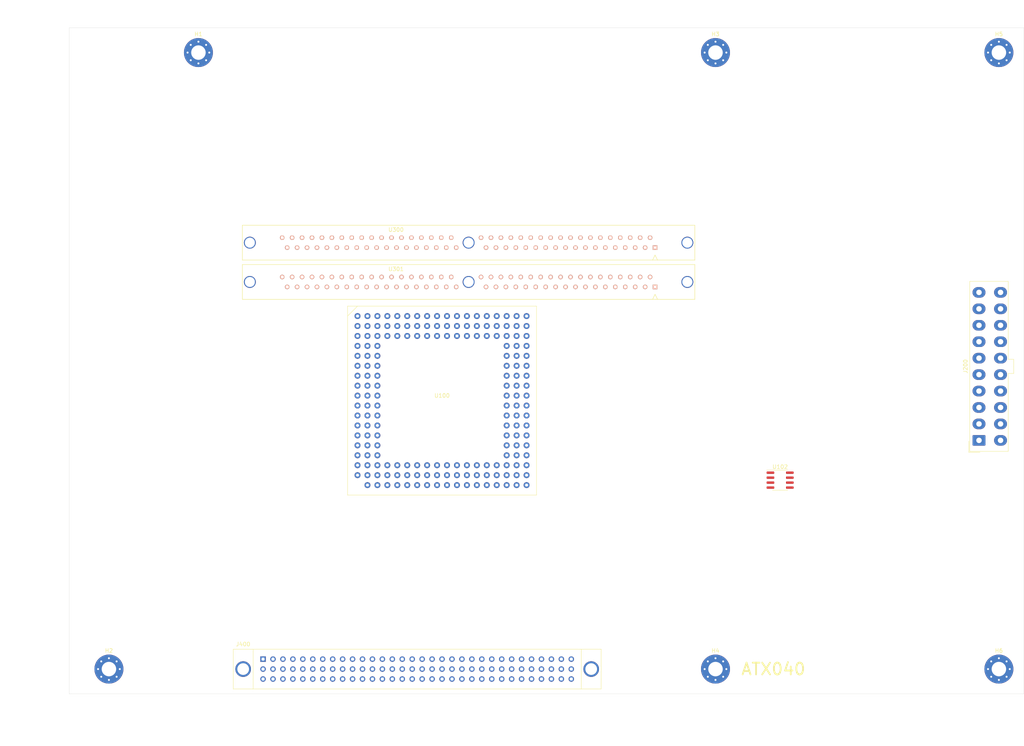
<source format=kicad_pcb>
(kicad_pcb (version 20171130) (host pcbnew 5.1.8)
  (layers (0 F.Cu signal) (1 In1.Cu power hide) (2 In2.Cu power hide) (31 B.Cu signal) (34 B.Paste user) (35 F.Paste user) (36 B.SilkS user) (37 F.SilkS user) (38 B.Mask user) (39 F.Mask user) (44 Edge.Cuts user))
  (net 0 "")
  (net 1 +5V)
  (net 2 GND)
  (net 3 BCLK)
  (net 4 AD31)
  (net 5 AD3)
  (net 6 AD4)
  (net 7 AD5)
  (net 8 AD6)
  (net 9 AD7)
  (net 10 AD9)
  (net 11 AD10)
  (net 12 AD11)
  (net 13 AD12)
  (net 14 AD13)
  (net 15 AD14)
  (net 16 AD15)
  (net 17 AD17)
  (net 18 AD19)
  (net 19 AD20)
  (net 20 AD21)
  (net 21 AD24)
  (net 22 AD29)
  (net 23 AD27)
  (net 24 AD22)
  (net 25 AD18)
  (net 26 AD1)
  (net 27 AD8)
  (net 28 AD16)
  (net 29 AD26)
  (net 30 AD0)
  (net 31 AD2)
  (net 32 AD23)
  (net 33 AD25)
  (net 34 AD28)
  (net 35 AD30)
  (net 36 TM2)
  (net 37 "Net-(U100-PadQ1)")
  (net 38 "Net-(U100-PadR1)")
  (net 39 "Net-(U100-PadS1)")
  (net 40 TM1)
  (net 41 RW)
  (net 42 TM0)
  (net 43 TT1)
  (net 44 TT0)
  (net 45 SIZ1)
  (net 46 SIZ0)
  (net 47 "Net-(U100-PadP18)")
  (net 48 "Net-(U100-PadQ3)")
  (net 49 "Net-(U100-PadQ18)")
  (net 50 RSTO)
  (net 51 PCLK)
  (net 52 TIP)
  (net 53 TS)
  (net 54 "Net-(U100-PadR18)")
  (net 55 RSTI)
  (net 56 TEA)
  (net 57 "Net-(U100-PadS18)")
  (net 58 CDIS)
  (net 59 IPL2)
  (net 60 IPL1)
  (net 61 IPL0)
  (net 62 AVEC)
  (net 63 TA)
  (net 64 BB)
  (net 65 "Net-(J400-PadC32)")
  (net 66 "Net-(J400-PadC30)")
  (net 67 "Net-(J400-PadC29)")
  (net 68 "Net-(J400-PadC28)")
  (net 69 "Net-(J400-PadC27)")
  (net 70 "Net-(J400-PadC26)")
  (net 71 "Net-(J400-PadC24)")
  (net 72 "Net-(J400-PadC22)")
  (net 73 "Net-(J400-PadC20)")
  (net 74 "Net-(J400-PadC18)")
  (net 75 "Net-(J400-PadC16)")
  (net 76 "Net-(J400-PadC14)")
  (net 77 "Net-(J400-PadC12)")
  (net 78 "Net-(J400-PadC10)")
  (net 79 "Net-(J400-PadC8)")
  (net 80 "Net-(J400-PadC6)")
  (net 81 "Net-(J400-PadC4)")
  (net 82 "Net-(J400-PadC2)")
  (net 83 "Net-(J400-PadB32)")
  (net 84 "Net-(J400-PadB31)")
  (net 85 "Net-(J400-PadB30)")
  (net 86 "Net-(J400-PadB29)")
  (net 87 "Net-(J400-PadB27)")
  (net 88 "Net-(J400-PadB25)")
  (net 89 "Net-(J400-PadB23)")
  (net 90 "Net-(J400-PadB21)")
  (net 91 "Net-(J400-PadB19)")
  (net 92 "Net-(J400-PadB17)")
  (net 93 "Net-(J400-PadB15)")
  (net 94 "Net-(J400-PadB13)")
  (net 95 "Net-(J400-PadB11)")
  (net 96 "Net-(J400-PadB9)")
  (net 97 "Net-(J400-PadB7)")
  (net 98 "Net-(J400-PadB5)")
  (net 99 "Net-(J400-PadB3)")
  (net 100 "Net-(J400-PadB1)")
  (net 101 /Power/PS_ON)
  (net 102 -12V)
  (net 103 +3V3)
  (net 104 +12V)
  (net 105 /Power/5VSB)
  (net 106 /Power/PWR_OK)
  (net 107 "Net-(U100-PadQ16)")
  (net 108 "Net-(U100-PadR14)")
  (net 109 "Net-(U100-PadS3)")
  (net 110 "Net-(U100-PadS5)")
  (net 111 "Net-(U100-PadS14)")
  (net 112 "Net-(U100-PadT2)")
  (net 113 BG)
  (net 114 "Net-(U100-PadT15)")
  (net 115 "Net-(U100-PadT16)")
  (net 116 BR)
  (net 117 DRAM_WE)
  (net 118 DRAM_CAS3)
  (net 119 DRAM_CAS2)
  (net 120 DRAM_CAS1)
  (net 121 DRAM_CAS0)
  (net 122 DRAM_RAS3)
  (net 123 DRAM_RAS2)
  (net 124 DRAM_RAS1)
  (net 125 DRAM_RAS0)
  (net 126 DRAM_A11)
  (net 127 DRAM_A10)
  (net 128 DRAM_A9)
  (net 129 DRAM_A8)
  (net 130 DRAM_A7)
  (net 131 DRAM_A6)
  (net 132 DRAM_A5)
  (net 133 DRAM_A4)
  (net 134 DRAM_A3)
  (net 135 DRAM_A2)
  (net 136 DRAM_A1)
  (net 137 DRAM_A0)
  (net 138 FLASH_IO3)
  (net 139 FLASH_IO2)
  (net 140 FLASH_IO1)
  (net 141 FLASH_IO0)
  (net 142 FLASH_CS)
  (net 143 FLASH_CLK)
  (net 144 TA_E)
  (net 145 "Net-(U300-Pad70)")
  (net 146 "Net-(U300-Pad69)")
  (net 147 "Net-(U300-Pad68)")
  (net 148 "Net-(U300-Pad67)")
  (net 149 "Net-(U301-Pad70)")
  (net 150 "Net-(U301-Pad69)")
  (net 151 "Net-(U301-Pad68)")
  (net 152 "Net-(U301-Pad67)")
  (net 153 IRQ_E)
  (net 154 "Net-(J400-PadA2)")
  (net 155 "Net-(J400-PadA32)")
  (net 156 "Net-(J400-PadA30)")
  (net 157 "Net-(J400-PadA29)")
  (net 158 "Net-(J400-PadA28)")
  (net 159 "Net-(J400-PadA27)")
  (net 160 "Net-(J400-PadA26)")
  (net 161 "Net-(J400-PadA24)")
  (net 162 "Net-(J400-PadA22)")
  (net 163 "Net-(J400-PadA20)")
  (net 164 "Net-(J400-PadA18)")
  (net 165 "Net-(J400-PadA16)")
  (net 166 "Net-(J400-PadA14)")
  (net 167 "Net-(J400-PadA12)")
  (net 168 "Net-(J400-PadA10)")
  (net 169 "Net-(J400-PadA8)")
  (net 170 "Net-(J400-PadA6)")
  (net 171 "Net-(J400-PadA4)")
  (net 172 "Net-(J200-Pad18)")
  (module Package_SO:SOIC-8_3.9x4.9mm_P1.27mm (layer F.Cu) (at 213.36 147.32)
    (fp_text reference U102 (at 0 -3.4) (layer F.SilkS))
    (fp_text value W25Q80D)
    (pad 8 smd roundrect (at 2.475 -1.905) (size 1.95 0.6) (layers F.Cu F.Paste F.Mask) (net 103 +3V3))
    (pad 7 smd roundrect (at 2.475 -0.635) (size 1.95 0.6) (layers F.Cu F.Paste F.Mask) (net 138 FLASH_IO3))
    (pad 6 smd roundrect (at 2.475 0.635) (size 1.95 0.6) (layers F.Cu F.Paste F.Mask) (net 143 FLASH_CLK))
    (pad 5 smd roundrect (at 2.475 1.905) (size 1.95 0.6) (layers F.Cu F.Paste F.Mask) (net 141 FLASH_IO0))
    (pad 4 smd roundrect (at -2.475 1.905) (size 1.95 0.6) (layers F.Cu F.Paste F.Mask) (net 2 GND))
    (pad 3 smd roundrect (at -2.475 0.635) (size 1.95 0.6) (layers F.Cu F.Paste F.Mask) (net 139 FLASH_IO2))
    (pad 2 smd roundrect (at -2.475 -0.635) (size 1.95 0.6) (layers F.Cu F.Paste F.Mask) (net 140 FLASH_IO1))
    (pad 1 smd roundrect (at -2.475 -1.905) (size 1.95 0.6) (layers F.Cu F.Paste F.Mask) (net 142 FLASH_CS))
  )
  (module connector:SIM72 (layer F.Cu) (at 133.785 96.695)
    (fp_text reference U301 (at -18.542 -3.302) (layer F.SilkS))
    (fp_text value SIMM72)
    (pad 72 thru_hole circle (at -47.625 -1.27) (size 1.143 1.143) (drill 0.635) (layers *.Cu *.SilkS *.Mask) (net 2 GND))
    (pad 71 thru_hole circle (at -46.355 1.27) (size 1.143 1.143) (drill 0.635) (layers *.Cu *.SilkS *.Mask))
    (pad 70 thru_hole circle (at -45.085 -1.27) (size 1.143 1.143) (drill 0.635) (layers *.Cu *.SilkS *.Mask) (net 149 "Net-(U301-Pad70)"))
    (pad 69 thru_hole circle (at -43.815 1.27) (size 1.143 1.143) (drill 0.635) (layers *.Cu *.SilkS *.Mask) (net 150 "Net-(U301-Pad69)"))
    (pad 68 thru_hole circle (at -42.545 -1.27) (size 1.143 1.143) (drill 0.635) (layers *.Cu *.SilkS *.Mask) (net 151 "Net-(U301-Pad68)"))
    (pad 67 thru_hole circle (at -41.275 1.27) (size 1.143 1.143) (drill 0.635) (layers *.Cu *.SilkS *.Mask) (net 152 "Net-(U301-Pad67)"))
    (pad 66 thru_hole circle (at -40.005 -1.27) (size 1.143 1.143) (drill 0.635) (layers *.Cu *.SilkS *.Mask))
    (pad 65 thru_hole circle (at -38.735 1.27) (size 1.143 1.143) (drill 0.635) (layers *.Cu *.SilkS *.Mask) (net 16 AD15))
    (pad 64 thru_hole circle (at -37.465 -1.27) (size 1.143 1.143) (drill 0.635) (layers *.Cu *.SilkS *.Mask) (net 4 AD31))
    (pad 63 thru_hole circle (at -36.195 1.27) (size 1.143 1.143) (drill 0.635) (layers *.Cu *.SilkS *.Mask) (net 15 AD14))
    (pad 62 thru_hole circle (at -34.925 -1.27) (size 1.143 1.143) (drill 0.635) (layers *.Cu *.SilkS *.Mask) (net 35 AD30))
    (pad 61 thru_hole circle (at -33.655 1.27) (size 1.143 1.143) (drill 0.635) (layers *.Cu *.SilkS *.Mask) (net 14 AD13))
    (pad 60 thru_hole circle (at -32.385 -1.27) (size 1.143 1.143) (drill 0.635) (layers *.Cu *.SilkS *.Mask) (net 22 AD29))
    (pad 59 thru_hole circle (at -31.115 1.27) (size 1.143 1.143) (drill 0.635) (layers *.Cu *.SilkS *.Mask) (net 1 +5V))
    (pad 58 thru_hole circle (at -29.845 -1.27) (size 1.143 1.143) (drill 0.635) (layers *.Cu *.SilkS *.Mask) (net 34 AD28))
    (pad 57 thru_hole circle (at -28.575 1.27) (size 1.143 1.143) (drill 0.635) (layers *.Cu *.SilkS *.Mask) (net 13 AD12))
    (pad 56 thru_hole circle (at -27.305 -1.27) (size 1.143 1.143) (drill 0.635) (layers *.Cu *.SilkS *.Mask) (net 23 AD27))
    (pad 55 thru_hole circle (at -26.035 1.27) (size 1.143 1.143) (drill 0.635) (layers *.Cu *.SilkS *.Mask) (net 12 AD11))
    (pad 54 thru_hole circle (at -24.765 -1.27) (size 1.143 1.143) (drill 0.635) (layers *.Cu *.SilkS *.Mask) (net 29 AD26))
    (pad 53 thru_hole circle (at -23.495 1.27) (size 1.143 1.143) (drill 0.635) (layers *.Cu *.SilkS *.Mask) (net 11 AD10))
    (pad 52 thru_hole circle (at -22.225 -1.27) (size 1.143 1.143) (drill 0.635) (layers *.Cu *.SilkS *.Mask) (net 33 AD25))
    (pad 51 thru_hole circle (at -20.955 1.27) (size 1.143 1.143) (drill 0.635) (layers *.Cu *.SilkS *.Mask) (net 10 AD9))
    (pad 50 thru_hole circle (at -19.685 -1.27) (size 1.143 1.143) (drill 0.635) (layers *.Cu *.SilkS *.Mask) (net 21 AD24))
    (pad 49 thru_hole circle (at -18.415 1.27) (size 1.143 1.143) (drill 0.635) (layers *.Cu *.SilkS *.Mask) (net 27 AD8))
    (pad 48 thru_hole circle (at -17.145 -1.27) (size 1.143 1.143) (drill 0.635) (layers *.Cu *.SilkS *.Mask))
    (pad 47 thru_hole circle (at -15.875 1.27) (size 1.143 1.143) (drill 0.635) (layers *.Cu *.SilkS *.Mask) (net 117 DRAM_WE))
    (pad 46 thru_hole circle (at -14.605 -1.27) (size 1.143 1.143) (drill 0.635) (layers *.Cu *.SilkS *.Mask))
    (pad 45 thru_hole circle (at -13.335 1.27) (size 1.143 1.143) (drill 0.635) (layers *.Cu *.SilkS *.Mask) (net 122 DRAM_RAS3))
    (pad 44 thru_hole circle (at -12.065 -1.27) (size 1.143 1.143) (drill 0.635) (layers *.Cu *.SilkS *.Mask) (net 123 DRAM_RAS2))
    (pad 43 thru_hole circle (at -10.795 1.27) (size 1.143 1.143) (drill 0.635) (layers *.Cu *.SilkS *.Mask) (net 120 DRAM_CAS1))
    (pad 42 thru_hole circle (at -9.525 -1.27) (size 1.143 1.143) (drill 0.635) (layers *.Cu *.SilkS *.Mask) (net 118 DRAM_CAS3))
    (pad 41 thru_hole circle (at -8.255 1.27) (size 1.143 1.143) (drill 0.635) (layers *.Cu *.SilkS *.Mask) (net 119 DRAM_CAS2))
    (pad 40 thru_hole circle (at -6.985 -1.27) (size 1.143 1.143) (drill 0.635) (layers *.Cu *.SilkS *.Mask) (net 121 DRAM_CAS0))
    (pad 39 thru_hole circle (at -5.715 1.27) (size 1.143 1.143) (drill 0.635) (layers *.Cu *.SilkS *.Mask) (net 2 GND))
    (pad 38 thru_hole circle (at -4.445 -1.27) (size 1.143 1.143) (drill 0.635) (layers *.Cu *.SilkS *.Mask))
    (pad 37 thru_hole circle (at -3.175 1.27) (size 1.143 1.143) (drill 0.635) (layers *.Cu *.SilkS *.Mask))
    (pad 36 thru_hole circle (at 3.175 -1.27) (size 1.143 1.143) (drill 0.635) (layers *.Cu *.SilkS *.Mask))
    (pad 35 thru_hole circle (at 4.445 1.27) (size 1.143 1.143) (drill 0.635) (layers *.Cu *.SilkS *.Mask))
    (pad 34 thru_hole circle (at 5.715 -1.27) (size 1.143 1.143) (drill 0.635) (layers *.Cu *.SilkS *.Mask) (net 123 DRAM_RAS2))
    (pad 33 thru_hole circle (at 6.985 1.27) (size 1.143 1.143) (drill 0.635) (layers *.Cu *.SilkS *.Mask) (net 122 DRAM_RAS3))
    (pad 32 thru_hole circle (at 8.255 -1.27) (size 1.143 1.143) (drill 0.635) (layers *.Cu *.SilkS *.Mask) (net 128 DRAM_A9))
    (pad 31 thru_hole circle (at 9.525 1.27) (size 1.143 1.143) (drill 0.635) (layers *.Cu *.SilkS *.Mask) (net 129 DRAM_A8))
    (pad 30 thru_hole circle (at 10.795 -1.27) (size 1.143 1.143) (drill 0.635) (layers *.Cu *.SilkS *.Mask) (net 1 +5V))
    (pad 29 thru_hole circle (at 12.065 1.27) (size 1.143 1.143) (drill 0.635) (layers *.Cu *.SilkS *.Mask) (net 126 DRAM_A11))
    (pad 28 thru_hole circle (at 13.335 -1.27) (size 1.143 1.143) (drill 0.635) (layers *.Cu *.SilkS *.Mask) (net 130 DRAM_A7))
    (pad 27 thru_hole circle (at 14.605 1.27) (size 1.143 1.143) (drill 0.635) (layers *.Cu *.SilkS *.Mask) (net 32 AD23))
    (pad 26 thru_hole circle (at 15.875 -1.27) (size 1.143 1.143) (drill 0.635) (layers *.Cu *.SilkS *.Mask) (net 9 AD7))
    (pad 25 thru_hole circle (at 17.145 1.27) (size 1.143 1.143) (drill 0.635) (layers *.Cu *.SilkS *.Mask) (net 24 AD22))
    (pad 24 thru_hole circle (at 18.415 -1.27) (size 1.143 1.143) (drill 0.635) (layers *.Cu *.SilkS *.Mask) (net 8 AD6))
    (pad 23 thru_hole circle (at 19.685 1.27) (size 1.143 1.143) (drill 0.635) (layers *.Cu *.SilkS *.Mask) (net 20 AD21))
    (pad 22 thru_hole circle (at 20.955 -1.27) (size 1.143 1.143) (drill 0.635) (layers *.Cu *.SilkS *.Mask) (net 7 AD5))
    (pad 21 thru_hole circle (at 22.225 1.27) (size 1.143 1.143) (drill 0.635) (layers *.Cu *.SilkS *.Mask) (net 19 AD20))
    (pad 20 thru_hole circle (at 23.495 -1.27) (size 1.143 1.143) (drill 0.635) (layers *.Cu *.SilkS *.Mask) (net 6 AD4))
    (pad 19 thru_hole circle (at 24.765 1.27) (size 1.143 1.143) (drill 0.635) (layers *.Cu *.SilkS *.Mask) (net 127 DRAM_A10))
    (pad 18 thru_hole circle (at 26.035 -1.27) (size 1.143 1.143) (drill 0.635) (layers *.Cu *.SilkS *.Mask) (net 131 DRAM_A6))
    (pad 17 thru_hole circle (at 27.305 1.27) (size 1.143 1.143) (drill 0.635) (layers *.Cu *.SilkS *.Mask) (net 132 DRAM_A5))
    (pad 16 thru_hole circle (at 28.575 -1.27) (size 1.143 1.143) (drill 0.635) (layers *.Cu *.SilkS *.Mask) (net 133 DRAM_A4))
    (pad 15 thru_hole circle (at 29.845 1.27) (size 1.143 1.143) (drill 0.635) (layers *.Cu *.SilkS *.Mask) (net 134 DRAM_A3))
    (pad 14 thru_hole circle (at 31.115 -1.27) (size 1.143 1.143) (drill 0.635) (layers *.Cu *.SilkS *.Mask) (net 135 DRAM_A2))
    (pad 13 thru_hole circle (at 32.385 1.27) (size 1.143 1.143) (drill 0.635) (layers *.Cu *.SilkS *.Mask) (net 136 DRAM_A1))
    (pad 12 thru_hole circle (at 33.655 -1.27) (size 1.143 1.143) (drill 0.635) (layers *.Cu *.SilkS *.Mask) (net 137 DRAM_A0))
    (pad 11 thru_hole circle (at 34.925 1.27) (size 1.143 1.143) (drill 0.635) (layers *.Cu *.SilkS *.Mask))
    (pad 10 thru_hole circle (at 36.195 -1.27) (size 1.143 1.143) (drill 0.635) (layers *.Cu *.SilkS *.Mask) (net 1 +5V))
    (pad 9 thru_hole circle (at 37.465 1.27) (size 1.143 1.143) (drill 0.635) (layers *.Cu *.SilkS *.Mask) (net 18 AD19))
    (pad 8 thru_hole circle (at 38.735 -1.27) (size 1.143 1.143) (drill 0.635) (layers *.Cu *.SilkS *.Mask) (net 5 AD3))
    (pad 7 thru_hole circle (at 40.005 1.27) (size 1.143 1.143) (drill 0.635) (layers *.Cu *.SilkS *.Mask) (net 25 AD18))
    (pad 6 thru_hole circle (at 41.275 -1.27) (size 1.143 1.143) (drill 0.635) (layers *.Cu *.SilkS *.Mask) (net 31 AD2))
    (pad 5 thru_hole circle (at 42.545 1.27) (size 1.143 1.143) (drill 0.635) (layers *.Cu *.SilkS *.Mask) (net 17 AD17))
    (pad 4 thru_hole circle (at 43.815 -1.27) (size 1.143 1.143) (drill 0.635) (layers *.Cu *.SilkS *.Mask) (net 26 AD1))
    (pad 3 thru_hole circle (at 45.085 1.27) (size 1.143 1.143) (drill 0.635) (layers *.Cu *.SilkS *.Mask) (net 28 AD16))
    (pad 2 thru_hole circle (at 46.355 -1.27) (size 1.143 1.143) (drill 0.635) (layers *.Cu *.SilkS *.Mask) (net 30 AD0))
    (pad 1 thru_hole rect (at 47.625 1.27) (size 1.143 1.143) (drill 0.635) (layers *.Cu *.SilkS *.Mask) (net 2 GND))
    (pad "" thru_hole circle (at 55.88 0) (size 3.048 3.048) (drill 2.54) (layers *.Cu *.Mask))
    (pad "" thru_hole circle (at -55.88 0) (size 3.048 3.048) (drill 2.54) (layers *.Cu *.Mask))
    (pad "" thru_hole circle (at 0 0) (size 3.048 3.048) (drill 2.54) (layers *.Cu *.Mask))
  )
  (module connector:SIM72 (layer F.Cu) (at 133.785 86.655)
    (fp_text reference U300 (at -18.542 -3.302) (layer F.SilkS))
    (fp_text value SIMM72)
    (pad 72 thru_hole circle (at -47.625 -1.27) (size 1.143 1.143) (drill 0.635) (layers *.Cu *.SilkS *.Mask) (net 2 GND))
    (pad 71 thru_hole circle (at -46.355 1.27) (size 1.143 1.143) (drill 0.635) (layers *.Cu *.SilkS *.Mask))
    (pad 70 thru_hole circle (at -45.085 -1.27) (size 1.143 1.143) (drill 0.635) (layers *.Cu *.SilkS *.Mask) (net 145 "Net-(U300-Pad70)"))
    (pad 69 thru_hole circle (at -43.815 1.27) (size 1.143 1.143) (drill 0.635) (layers *.Cu *.SilkS *.Mask) (net 146 "Net-(U300-Pad69)"))
    (pad 68 thru_hole circle (at -42.545 -1.27) (size 1.143 1.143) (drill 0.635) (layers *.Cu *.SilkS *.Mask) (net 147 "Net-(U300-Pad68)"))
    (pad 67 thru_hole circle (at -41.275 1.27) (size 1.143 1.143) (drill 0.635) (layers *.Cu *.SilkS *.Mask) (net 148 "Net-(U300-Pad67)"))
    (pad 66 thru_hole circle (at -40.005 -1.27) (size 1.143 1.143) (drill 0.635) (layers *.Cu *.SilkS *.Mask))
    (pad 65 thru_hole circle (at -38.735 1.27) (size 1.143 1.143) (drill 0.635) (layers *.Cu *.SilkS *.Mask) (net 16 AD15))
    (pad 64 thru_hole circle (at -37.465 -1.27) (size 1.143 1.143) (drill 0.635) (layers *.Cu *.SilkS *.Mask) (net 4 AD31))
    (pad 63 thru_hole circle (at -36.195 1.27) (size 1.143 1.143) (drill 0.635) (layers *.Cu *.SilkS *.Mask) (net 15 AD14))
    (pad 62 thru_hole circle (at -34.925 -1.27) (size 1.143 1.143) (drill 0.635) (layers *.Cu *.SilkS *.Mask) (net 35 AD30))
    (pad 61 thru_hole circle (at -33.655 1.27) (size 1.143 1.143) (drill 0.635) (layers *.Cu *.SilkS *.Mask) (net 14 AD13))
    (pad 60 thru_hole circle (at -32.385 -1.27) (size 1.143 1.143) (drill 0.635) (layers *.Cu *.SilkS *.Mask) (net 22 AD29))
    (pad 59 thru_hole circle (at -31.115 1.27) (size 1.143 1.143) (drill 0.635) (layers *.Cu *.SilkS *.Mask) (net 1 +5V))
    (pad 58 thru_hole circle (at -29.845 -1.27) (size 1.143 1.143) (drill 0.635) (layers *.Cu *.SilkS *.Mask) (net 34 AD28))
    (pad 57 thru_hole circle (at -28.575 1.27) (size 1.143 1.143) (drill 0.635) (layers *.Cu *.SilkS *.Mask) (net 13 AD12))
    (pad 56 thru_hole circle (at -27.305 -1.27) (size 1.143 1.143) (drill 0.635) (layers *.Cu *.SilkS *.Mask) (net 23 AD27))
    (pad 55 thru_hole circle (at -26.035 1.27) (size 1.143 1.143) (drill 0.635) (layers *.Cu *.SilkS *.Mask) (net 12 AD11))
    (pad 54 thru_hole circle (at -24.765 -1.27) (size 1.143 1.143) (drill 0.635) (layers *.Cu *.SilkS *.Mask) (net 29 AD26))
    (pad 53 thru_hole circle (at -23.495 1.27) (size 1.143 1.143) (drill 0.635) (layers *.Cu *.SilkS *.Mask) (net 11 AD10))
    (pad 52 thru_hole circle (at -22.225 -1.27) (size 1.143 1.143) (drill 0.635) (layers *.Cu *.SilkS *.Mask) (net 33 AD25))
    (pad 51 thru_hole circle (at -20.955 1.27) (size 1.143 1.143) (drill 0.635) (layers *.Cu *.SilkS *.Mask) (net 10 AD9))
    (pad 50 thru_hole circle (at -19.685 -1.27) (size 1.143 1.143) (drill 0.635) (layers *.Cu *.SilkS *.Mask) (net 21 AD24))
    (pad 49 thru_hole circle (at -18.415 1.27) (size 1.143 1.143) (drill 0.635) (layers *.Cu *.SilkS *.Mask) (net 27 AD8))
    (pad 48 thru_hole circle (at -17.145 -1.27) (size 1.143 1.143) (drill 0.635) (layers *.Cu *.SilkS *.Mask))
    (pad 47 thru_hole circle (at -15.875 1.27) (size 1.143 1.143) (drill 0.635) (layers *.Cu *.SilkS *.Mask) (net 117 DRAM_WE))
    (pad 46 thru_hole circle (at -14.605 -1.27) (size 1.143 1.143) (drill 0.635) (layers *.Cu *.SilkS *.Mask))
    (pad 45 thru_hole circle (at -13.335 1.27) (size 1.143 1.143) (drill 0.635) (layers *.Cu *.SilkS *.Mask) (net 124 DRAM_RAS1))
    (pad 44 thru_hole circle (at -12.065 -1.27) (size 1.143 1.143) (drill 0.635) (layers *.Cu *.SilkS *.Mask) (net 125 DRAM_RAS0))
    (pad 43 thru_hole circle (at -10.795 1.27) (size 1.143 1.143) (drill 0.635) (layers *.Cu *.SilkS *.Mask) (net 120 DRAM_CAS1))
    (pad 42 thru_hole circle (at -9.525 -1.27) (size 1.143 1.143) (drill 0.635) (layers *.Cu *.SilkS *.Mask) (net 118 DRAM_CAS3))
    (pad 41 thru_hole circle (at -8.255 1.27) (size 1.143 1.143) (drill 0.635) (layers *.Cu *.SilkS *.Mask) (net 119 DRAM_CAS2))
    (pad 40 thru_hole circle (at -6.985 -1.27) (size 1.143 1.143) (drill 0.635) (layers *.Cu *.SilkS *.Mask) (net 121 DRAM_CAS0))
    (pad 39 thru_hole circle (at -5.715 1.27) (size 1.143 1.143) (drill 0.635) (layers *.Cu *.SilkS *.Mask) (net 2 GND))
    (pad 38 thru_hole circle (at -4.445 -1.27) (size 1.143 1.143) (drill 0.635) (layers *.Cu *.SilkS *.Mask))
    (pad 37 thru_hole circle (at -3.175 1.27) (size 1.143 1.143) (drill 0.635) (layers *.Cu *.SilkS *.Mask))
    (pad 36 thru_hole circle (at 3.175 -1.27) (size 1.143 1.143) (drill 0.635) (layers *.Cu *.SilkS *.Mask))
    (pad 35 thru_hole circle (at 4.445 1.27) (size 1.143 1.143) (drill 0.635) (layers *.Cu *.SilkS *.Mask))
    (pad 34 thru_hole circle (at 5.715 -1.27) (size 1.143 1.143) (drill 0.635) (layers *.Cu *.SilkS *.Mask) (net 125 DRAM_RAS0))
    (pad 33 thru_hole circle (at 6.985 1.27) (size 1.143 1.143) (drill 0.635) (layers *.Cu *.SilkS *.Mask) (net 124 DRAM_RAS1))
    (pad 32 thru_hole circle (at 8.255 -1.27) (size 1.143 1.143) (drill 0.635) (layers *.Cu *.SilkS *.Mask) (net 128 DRAM_A9))
    (pad 31 thru_hole circle (at 9.525 1.27) (size 1.143 1.143) (drill 0.635) (layers *.Cu *.SilkS *.Mask) (net 129 DRAM_A8))
    (pad 30 thru_hole circle (at 10.795 -1.27) (size 1.143 1.143) (drill 0.635) (layers *.Cu *.SilkS *.Mask) (net 1 +5V))
    (pad 29 thru_hole circle (at 12.065 1.27) (size 1.143 1.143) (drill 0.635) (layers *.Cu *.SilkS *.Mask) (net 126 DRAM_A11))
    (pad 28 thru_hole circle (at 13.335 -1.27) (size 1.143 1.143) (drill 0.635) (layers *.Cu *.SilkS *.Mask) (net 130 DRAM_A7))
    (pad 27 thru_hole circle (at 14.605 1.27) (size 1.143 1.143) (drill 0.635) (layers *.Cu *.SilkS *.Mask) (net 32 AD23))
    (pad 26 thru_hole circle (at 15.875 -1.27) (size 1.143 1.143) (drill 0.635) (layers *.Cu *.SilkS *.Mask) (net 9 AD7))
    (pad 25 thru_hole circle (at 17.145 1.27) (size 1.143 1.143) (drill 0.635) (layers *.Cu *.SilkS *.Mask) (net 24 AD22))
    (pad 24 thru_hole circle (at 18.415 -1.27) (size 1.143 1.143) (drill 0.635) (layers *.Cu *.SilkS *.Mask) (net 8 AD6))
    (pad 23 thru_hole circle (at 19.685 1.27) (size 1.143 1.143) (drill 0.635) (layers *.Cu *.SilkS *.Mask) (net 20 AD21))
    (pad 22 thru_hole circle (at 20.955 -1.27) (size 1.143 1.143) (drill 0.635) (layers *.Cu *.SilkS *.Mask) (net 7 AD5))
    (pad 21 thru_hole circle (at 22.225 1.27) (size 1.143 1.143) (drill 0.635) (layers *.Cu *.SilkS *.Mask) (net 19 AD20))
    (pad 20 thru_hole circle (at 23.495 -1.27) (size 1.143 1.143) (drill 0.635) (layers *.Cu *.SilkS *.Mask) (net 6 AD4))
    (pad 19 thru_hole circle (at 24.765 1.27) (size 1.143 1.143) (drill 0.635) (layers *.Cu *.SilkS *.Mask) (net 127 DRAM_A10))
    (pad 18 thru_hole circle (at 26.035 -1.27) (size 1.143 1.143) (drill 0.635) (layers *.Cu *.SilkS *.Mask) (net 131 DRAM_A6))
    (pad 17 thru_hole circle (at 27.305 1.27) (size 1.143 1.143) (drill 0.635) (layers *.Cu *.SilkS *.Mask) (net 132 DRAM_A5))
    (pad 16 thru_hole circle (at 28.575 -1.27) (size 1.143 1.143) (drill 0.635) (layers *.Cu *.SilkS *.Mask) (net 133 DRAM_A4))
    (pad 15 thru_hole circle (at 29.845 1.27) (size 1.143 1.143) (drill 0.635) (layers *.Cu *.SilkS *.Mask) (net 134 DRAM_A3))
    (pad 14 thru_hole circle (at 31.115 -1.27) (size 1.143 1.143) (drill 0.635) (layers *.Cu *.SilkS *.Mask) (net 135 DRAM_A2))
    (pad 13 thru_hole circle (at 32.385 1.27) (size 1.143 1.143) (drill 0.635) (layers *.Cu *.SilkS *.Mask) (net 136 DRAM_A1))
    (pad 12 thru_hole circle (at 33.655 -1.27) (size 1.143 1.143) (drill 0.635) (layers *.Cu *.SilkS *.Mask) (net 137 DRAM_A0))
    (pad 11 thru_hole circle (at 34.925 1.27) (size 1.143 1.143) (drill 0.635) (layers *.Cu *.SilkS *.Mask))
    (pad 10 thru_hole circle (at 36.195 -1.27) (size 1.143 1.143) (drill 0.635) (layers *.Cu *.SilkS *.Mask) (net 1 +5V))
    (pad 9 thru_hole circle (at 37.465 1.27) (size 1.143 1.143) (drill 0.635) (layers *.Cu *.SilkS *.Mask) (net 18 AD19))
    (pad 8 thru_hole circle (at 38.735 -1.27) (size 1.143 1.143) (drill 0.635) (layers *.Cu *.SilkS *.Mask) (net 5 AD3))
    (pad 7 thru_hole circle (at 40.005 1.27) (size 1.143 1.143) (drill 0.635) (layers *.Cu *.SilkS *.Mask) (net 25 AD18))
    (pad 6 thru_hole circle (at 41.275 -1.27) (size 1.143 1.143) (drill 0.635) (layers *.Cu *.SilkS *.Mask) (net 31 AD2))
    (pad 5 thru_hole circle (at 42.545 1.27) (size 1.143 1.143) (drill 0.635) (layers *.Cu *.SilkS *.Mask) (net 17 AD17))
    (pad 4 thru_hole circle (at 43.815 -1.27) (size 1.143 1.143) (drill 0.635) (layers *.Cu *.SilkS *.Mask) (net 26 AD1))
    (pad 3 thru_hole circle (at 45.085 1.27) (size 1.143 1.143) (drill 0.635) (layers *.Cu *.SilkS *.Mask) (net 28 AD16))
    (pad 2 thru_hole circle (at 46.355 -1.27) (size 1.143 1.143) (drill 0.635) (layers *.Cu *.SilkS *.Mask) (net 30 AD0))
    (pad 1 thru_hole rect (at 47.625 1.27) (size 1.143 1.143) (drill 0.635) (layers *.Cu *.SilkS *.Mask) (net 2 GND))
    (pad "" thru_hole circle (at 55.88 0) (size 3.048 3.048) (drill 2.54) (layers *.Cu *.Mask))
    (pad "" thru_hole circle (at -55.88 0) (size 3.048 3.048) (drill 2.54) (layers *.Cu *.Mask))
    (pad "" thru_hole circle (at 0 0) (size 3.048 3.048) (drill 2.54) (layers *.Cu *.Mask))
  )
  (module Connector_Molex:Molex_Mini-Fit_Jr_5566-20A_2x10_P4.20mm_Vertical (layer F.Cu) (at 264.16 137.16 90)
    (fp_text reference J200 (at 18.9 -3.45 90) (layer F.SilkS))
    (fp_text value ATX20P)
    (pad 20 thru_hole oval (at 37.8 5.5 90) (size 2.7 3.3) (drill 1.4) (layers *.Cu *.Mask) (net 1 +5V))
    (pad 19 thru_hole oval (at 33.6 5.5 90) (size 2.7 3.3) (drill 1.4) (layers *.Cu *.Mask) (net 1 +5V))
    (pad 18 thru_hole oval (at 29.4 5.5 90) (size 2.7 3.3) (drill 1.4) (layers *.Cu *.Mask) (net 172 "Net-(J200-Pad18)"))
    (pad 17 thru_hole oval (at 25.2 5.5 90) (size 2.7 3.3) (drill 1.4) (layers *.Cu *.Mask) (net 2 GND))
    (pad 16 thru_hole oval (at 21 5.5 90) (size 2.7 3.3) (drill 1.4) (layers *.Cu *.Mask) (net 2 GND))
    (pad 15 thru_hole oval (at 16.8 5.5 90) (size 2.7 3.3) (drill 1.4) (layers *.Cu *.Mask) (net 2 GND))
    (pad 14 thru_hole oval (at 12.6 5.5 90) (size 2.7 3.3) (drill 1.4) (layers *.Cu *.Mask) (net 101 /Power/PS_ON))
    (pad 13 thru_hole oval (at 8.4 5.5 90) (size 2.7 3.3) (drill 1.4) (layers *.Cu *.Mask) (net 2 GND))
    (pad 12 thru_hole oval (at 4.2 5.5 90) (size 2.7 3.3) (drill 1.4) (layers *.Cu *.Mask) (net 102 -12V))
    (pad 11 thru_hole oval (at 0 5.5 90) (size 2.7 3.3) (drill 1.4) (layers *.Cu *.Mask) (net 103 +3V3))
    (pad 10 thru_hole oval (at 37.8 0 90) (size 2.7 3.3) (drill 1.4) (layers *.Cu *.Mask) (net 104 +12V))
    (pad 9 thru_hole oval (at 33.6 0 90) (size 2.7 3.3) (drill 1.4) (layers *.Cu *.Mask) (net 105 /Power/5VSB))
    (pad 8 thru_hole oval (at 29.4 0 90) (size 2.7 3.3) (drill 1.4) (layers *.Cu *.Mask) (net 106 /Power/PWR_OK))
    (pad 7 thru_hole oval (at 25.2 0 90) (size 2.7 3.3) (drill 1.4) (layers *.Cu *.Mask) (net 2 GND))
    (pad 6 thru_hole oval (at 21 0 90) (size 2.7 3.3) (drill 1.4) (layers *.Cu *.Mask) (net 1 +5V))
    (pad 5 thru_hole oval (at 16.8 0 90) (size 2.7 3.3) (drill 1.4) (layers *.Cu *.Mask) (net 2 GND))
    (pad 4 thru_hole oval (at 12.6 0 90) (size 2.7 3.3) (drill 1.4) (layers *.Cu *.Mask) (net 1 +5V))
    (pad 3 thru_hole oval (at 8.4 0 90) (size 2.7 3.3) (drill 1.4) (layers *.Cu *.Mask) (net 2 GND))
    (pad 2 thru_hole oval (at 4.2 0 90) (size 2.7 3.3) (drill 1.4) (layers *.Cu *.Mask) (net 103 +3V3))
    (pad 1 thru_hole roundrect (at 0 0 90) (size 2.7 3.3) (drill 1.4) (layers *.Cu *.Mask) (roundrect_rratio 0.09259299999999999) (net 103 +3V3))
  )
  (module connector:C96ABCM (layer F.Cu) (at 81.28 193.04)
    (fp_text reference J400 (at -5.08 -3.81) (layer F.SilkS))
    (fp_text value C96)
    (pad C32 thru_hole circle (at 78.74 5.08) (size 1.4 1.4) (drill 0.8) (layers *.Cu *.Mask) (net 65 "Net-(J400-PadC32)"))
    (pad C31 thru_hole circle (at 76.2 5.08) (size 1.4 1.4) (drill 0.8) (layers *.Cu *.Mask) (net 3 BCLK))
    (pad C30 thru_hole circle (at 73.66 5.08) (size 1.4 1.4) (drill 0.8) (layers *.Cu *.Mask) (net 66 "Net-(J400-PadC30)"))
    (pad C29 thru_hole circle (at 71.12 5.08) (size 1.4 1.4) (drill 0.8) (layers *.Cu *.Mask) (net 67 "Net-(J400-PadC29)"))
    (pad C28 thru_hole circle (at 68.58 5.08) (size 1.4 1.4) (drill 0.8) (layers *.Cu *.Mask) (net 68 "Net-(J400-PadC28)"))
    (pad C27 thru_hole circle (at 66.04 5.08) (size 1.4 1.4) (drill 0.8) (layers *.Cu *.Mask) (net 69 "Net-(J400-PadC27)"))
    (pad C26 thru_hole circle (at 63.5 5.08) (size 1.4 1.4) (drill 0.8) (layers *.Cu *.Mask) (net 70 "Net-(J400-PadC26)"))
    (pad C25 thru_hole circle (at 60.96 5.08) (size 1.4 1.4) (drill 0.8) (layers *.Cu *.Mask) (net 43 TT1))
    (pad C24 thru_hole circle (at 58.42 5.08) (size 1.4 1.4) (drill 0.8) (layers *.Cu *.Mask) (net 71 "Net-(J400-PadC24)"))
    (pad C23 thru_hole circle (at 55.88 5.08) (size 1.4 1.4) (drill 0.8) (layers *.Cu *.Mask) (net 45 SIZ1))
    (pad C22 thru_hole circle (at 53.34 5.08) (size 1.4 1.4) (drill 0.8) (layers *.Cu *.Mask) (net 72 "Net-(J400-PadC22)"))
    (pad C21 thru_hole circle (at 50.8 5.08) (size 1.4 1.4) (drill 0.8) (layers *.Cu *.Mask) (net 4 AD31))
    (pad C20 thru_hole circle (at 48.26 5.08) (size 1.4 1.4) (drill 0.8) (layers *.Cu *.Mask) (net 73 "Net-(J400-PadC20)"))
    (pad C19 thru_hole circle (at 45.72 5.08) (size 1.4 1.4) (drill 0.8) (layers *.Cu *.Mask) (net 22 AD29))
    (pad C18 thru_hole circle (at 43.18 5.08) (size 1.4 1.4) (drill 0.8) (layers *.Cu *.Mask) (net 74 "Net-(J400-PadC18)"))
    (pad C17 thru_hole circle (at 40.64 5.08) (size 1.4 1.4) (drill 0.8) (layers *.Cu *.Mask) (net 29 AD26))
    (pad C16 thru_hole circle (at 38.1 5.08) (size 1.4 1.4) (drill 0.8) (layers *.Cu *.Mask) (net 75 "Net-(J400-PadC16)"))
    (pad C15 thru_hole circle (at 35.56 5.08) (size 1.4 1.4) (drill 0.8) (layers *.Cu *.Mask) (net 32 AD23))
    (pad C14 thru_hole circle (at 33.02 5.08) (size 1.4 1.4) (drill 0.8) (layers *.Cu *.Mask) (net 76 "Net-(J400-PadC14)"))
    (pad C13 thru_hole circle (at 30.48 5.08) (size 1.4 1.4) (drill 0.8) (layers *.Cu *.Mask) (net 19 AD20))
    (pad C12 thru_hole circle (at 27.94 5.08) (size 1.4 1.4) (drill 0.8) (layers *.Cu *.Mask) (net 77 "Net-(J400-PadC12)"))
    (pad C11 thru_hole circle (at 25.4 5.08) (size 1.4 1.4) (drill 0.8) (layers *.Cu *.Mask) (net 17 AD17))
    (pad C10 thru_hole circle (at 22.86 5.08) (size 1.4 1.4) (drill 0.8) (layers *.Cu *.Mask) (net 78 "Net-(J400-PadC10)"))
    (pad C9 thru_hole circle (at 20.32 5.08) (size 1.4 1.4) (drill 0.8) (layers *.Cu *.Mask) (net 15 AD14))
    (pad C8 thru_hole circle (at 17.78 5.08) (size 1.4 1.4) (drill 0.8) (layers *.Cu *.Mask) (net 79 "Net-(J400-PadC8)"))
    (pad C7 thru_hole circle (at 15.24 5.08) (size 1.4 1.4) (drill 0.8) (layers *.Cu *.Mask) (net 12 AD11))
    (pad C6 thru_hole circle (at 12.7 5.08) (size 1.4 1.4) (drill 0.8) (layers *.Cu *.Mask) (net 80 "Net-(J400-PadC6)"))
    (pad C5 thru_hole circle (at 10.16 5.08) (size 1.4 1.4) (drill 0.8) (layers *.Cu *.Mask) (net 27 AD8))
    (pad C4 thru_hole circle (at 7.62 5.08) (size 1.4 1.4) (drill 0.8) (layers *.Cu *.Mask) (net 81 "Net-(J400-PadC4)"))
    (pad C3 thru_hole circle (at 5.08 5.08) (size 1.4 1.4) (drill 0.8) (layers *.Cu *.Mask) (net 7 AD5))
    (pad C2 thru_hole circle (at 2.54 5.08) (size 1.4 1.4) (drill 0.8) (layers *.Cu *.Mask) (net 82 "Net-(J400-PadC2)"))
    (pad C1 thru_hole circle (at 0 5.08) (size 1.4 1.4) (drill 0.8) (layers *.Cu *.Mask) (net 31 AD2))
    (pad B32 thru_hole circle (at 78.74 2.54) (size 1.4 1.4) (drill 0.8) (layers *.Cu *.Mask) (net 83 "Net-(J400-PadB32)"))
    (pad B31 thru_hole circle (at 76.2 2.54) (size 1.4 1.4) (drill 0.8) (layers *.Cu *.Mask) (net 84 "Net-(J400-PadB31)"))
    (pad B30 thru_hole circle (at 73.66 2.54) (size 1.4 1.4) (drill 0.8) (layers *.Cu *.Mask) (net 85 "Net-(J400-PadB30)"))
    (pad B29 thru_hole circle (at 71.12 2.54) (size 1.4 1.4) (drill 0.8) (layers *.Cu *.Mask) (net 86 "Net-(J400-PadB29)"))
    (pad B28 thru_hole circle (at 68.58 2.54) (size 1.4 1.4) (drill 0.8) (layers *.Cu *.Mask) (net 153 IRQ_E))
    (pad B27 thru_hole circle (at 66.04 2.54) (size 1.4 1.4) (drill 0.8) (layers *.Cu *.Mask) (net 87 "Net-(J400-PadB27)"))
    (pad B26 thru_hole circle (at 63.5 2.54) (size 1.4 1.4) (drill 0.8) (layers *.Cu *.Mask) (net 144 TA_E))
    (pad B25 thru_hole circle (at 60.96 2.54) (size 1.4 1.4) (drill 0.8) (layers *.Cu *.Mask) (net 88 "Net-(J400-PadB25)"))
    (pad B24 thru_hole circle (at 58.42 2.54) (size 1.4 1.4) (drill 0.8) (layers *.Cu *.Mask) (net 53 TS))
    (pad B23 thru_hole circle (at 55.88 2.54) (size 1.4 1.4) (drill 0.8) (layers *.Cu *.Mask) (net 89 "Net-(J400-PadB23)"))
    (pad B22 thru_hole circle (at 53.34 2.54) (size 1.4 1.4) (drill 0.8) (layers *.Cu *.Mask) (net 41 RW))
    (pad B21 thru_hole circle (at 50.8 2.54) (size 1.4 1.4) (drill 0.8) (layers *.Cu *.Mask) (net 90 "Net-(J400-PadB21)"))
    (pad B20 thru_hole circle (at 48.26 2.54) (size 1.4 1.4) (drill 0.8) (layers *.Cu *.Mask) (net 34 AD28))
    (pad B19 thru_hole circle (at 45.72 2.54) (size 1.4 1.4) (drill 0.8) (layers *.Cu *.Mask) (net 91 "Net-(J400-PadB19)"))
    (pad B18 thru_hole circle (at 43.18 2.54) (size 1.4 1.4) (drill 0.8) (layers *.Cu *.Mask) (net 33 AD25))
    (pad B17 thru_hole circle (at 40.64 2.54) (size 1.4 1.4) (drill 0.8) (layers *.Cu *.Mask) (net 92 "Net-(J400-PadB17)"))
    (pad B16 thru_hole circle (at 38.1 2.54) (size 1.4 1.4) (drill 0.8) (layers *.Cu *.Mask) (net 24 AD22))
    (pad B15 thru_hole circle (at 35.56 2.54) (size 1.4 1.4) (drill 0.8) (layers *.Cu *.Mask) (net 93 "Net-(J400-PadB15)"))
    (pad B14 thru_hole circle (at 33.02 2.54) (size 1.4 1.4) (drill 0.8) (layers *.Cu *.Mask) (net 18 AD19))
    (pad B13 thru_hole circle (at 30.48 2.54) (size 1.4 1.4) (drill 0.8) (layers *.Cu *.Mask) (net 94 "Net-(J400-PadB13)"))
    (pad B12 thru_hole circle (at 27.94 2.54) (size 1.4 1.4) (drill 0.8) (layers *.Cu *.Mask) (net 28 AD16))
    (pad B11 thru_hole circle (at 25.4 2.54) (size 1.4 1.4) (drill 0.8) (layers *.Cu *.Mask) (net 95 "Net-(J400-PadB11)"))
    (pad B10 thru_hole circle (at 22.86 2.54) (size 1.4 1.4) (drill 0.8) (layers *.Cu *.Mask) (net 14 AD13))
    (pad B9 thru_hole circle (at 20.32 2.54) (size 1.4 1.4) (drill 0.8) (layers *.Cu *.Mask) (net 96 "Net-(J400-PadB9)"))
    (pad B8 thru_hole circle (at 17.78 2.54) (size 1.4 1.4) (drill 0.8) (layers *.Cu *.Mask) (net 11 AD10))
    (pad B7 thru_hole circle (at 15.24 2.54) (size 1.4 1.4) (drill 0.8) (layers *.Cu *.Mask) (net 97 "Net-(J400-PadB7)"))
    (pad B6 thru_hole circle (at 12.7 2.54) (size 1.4 1.4) (drill 0.8) (layers *.Cu *.Mask) (net 9 AD7))
    (pad B5 thru_hole circle (at 10.16 2.54) (size 1.4 1.4) (drill 0.8) (layers *.Cu *.Mask) (net 98 "Net-(J400-PadB5)"))
    (pad B4 thru_hole circle (at 7.62 2.54) (size 1.4 1.4) (drill 0.8) (layers *.Cu *.Mask) (net 6 AD4))
    (pad B3 thru_hole circle (at 5.08 2.54) (size 1.4 1.4) (drill 0.8) (layers *.Cu *.Mask) (net 99 "Net-(J400-PadB3)"))
    (pad B2 thru_hole circle (at 2.54 2.54) (size 1.4 1.4) (drill 0.8) (layers *.Cu *.Mask) (net 26 AD1))
    (pad B1 thru_hole circle (at 0 2.54) (size 1.4 1.4) (drill 0.8) (layers *.Cu *.Mask) (net 100 "Net-(J400-PadB1)"))
    (pad A1 thru_hole rect (at 0 0) (size 1.4 1.4) (drill 0.8) (layers *.Cu *.Mask) (net 30 AD0))
    (pad A2 thru_hole circle (at 2.54 0) (size 1.4 1.4) (drill 0.8) (layers *.Cu *.Mask) (net 154 "Net-(J400-PadA2)"))
    (pad A32 thru_hole circle (at 78.74 0) (size 1.4 1.4) (drill 0.8) (layers *.Cu *.Mask) (net 155 "Net-(J400-PadA32)"))
    (pad A31 thru_hole circle (at 76.2 0) (size 1.4 1.4) (drill 0.8) (layers *.Cu *.Mask) (net 51 PCLK))
    (pad A30 thru_hole circle (at 73.66 0) (size 1.4 1.4) (drill 0.8) (layers *.Cu *.Mask) (net 156 "Net-(J400-PadA30)"))
    (pad A29 thru_hole circle (at 71.12 0) (size 1.4 1.4) (drill 0.8) (layers *.Cu *.Mask) (net 157 "Net-(J400-PadA29)"))
    (pad A28 thru_hole circle (at 68.58 0) (size 1.4 1.4) (drill 0.8) (layers *.Cu *.Mask) (net 158 "Net-(J400-PadA28)"))
    (pad A27 thru_hole circle (at 66.04 0) (size 1.4 1.4) (drill 0.8) (layers *.Cu *.Mask) (net 159 "Net-(J400-PadA27)"))
    (pad A26 thru_hole circle (at 63.5 0) (size 1.4 1.4) (drill 0.8) (layers *.Cu *.Mask) (net 160 "Net-(J400-PadA26)"))
    (pad A25 thru_hole circle (at 60.96 0) (size 1.4 1.4) (drill 0.8) (layers *.Cu *.Mask) (net 44 TT0))
    (pad A24 thru_hole circle (at 58.42 0) (size 1.4 1.4) (drill 0.8) (layers *.Cu *.Mask) (net 161 "Net-(J400-PadA24)"))
    (pad A23 thru_hole circle (at 55.88 0) (size 1.4 1.4) (drill 0.8) (layers *.Cu *.Mask) (net 46 SIZ0))
    (pad A22 thru_hole circle (at 53.34 0) (size 1.4 1.4) (drill 0.8) (layers *.Cu *.Mask) (net 162 "Net-(J400-PadA22)"))
    (pad A21 thru_hole circle (at 50.8 0) (size 1.4 1.4) (drill 0.8) (layers *.Cu *.Mask) (net 35 AD30))
    (pad A20 thru_hole circle (at 48.26 0) (size 1.4 1.4) (drill 0.8) (layers *.Cu *.Mask) (net 163 "Net-(J400-PadA20)"))
    (pad A19 thru_hole circle (at 45.72 0) (size 1.4 1.4) (drill 0.8) (layers *.Cu *.Mask) (net 23 AD27))
    (pad A18 thru_hole circle (at 43.18 0) (size 1.4 1.4) (drill 0.8) (layers *.Cu *.Mask) (net 164 "Net-(J400-PadA18)"))
    (pad A17 thru_hole circle (at 40.64 0) (size 1.4 1.4) (drill 0.8) (layers *.Cu *.Mask) (net 21 AD24))
    (pad A16 thru_hole circle (at 38.1 0) (size 1.4 1.4) (drill 0.8) (layers *.Cu *.Mask) (net 165 "Net-(J400-PadA16)"))
    (pad A15 thru_hole circle (at 35.56 0) (size 1.4 1.4) (drill 0.8) (layers *.Cu *.Mask) (net 20 AD21))
    (pad A14 thru_hole circle (at 33.02 0) (size 1.4 1.4) (drill 0.8) (layers *.Cu *.Mask) (net 166 "Net-(J400-PadA14)"))
    (pad A13 thru_hole circle (at 30.48 0) (size 1.4 1.4) (drill 0.8) (layers *.Cu *.Mask) (net 25 AD18))
    (pad A12 thru_hole circle (at 27.94 0) (size 1.4 1.4) (drill 0.8) (layers *.Cu *.Mask) (net 167 "Net-(J400-PadA12)"))
    (pad A11 thru_hole circle (at 25.4 0) (size 1.4 1.4) (drill 0.8) (layers *.Cu *.Mask) (net 16 AD15))
    (pad A10 thru_hole circle (at 22.86 0) (size 1.4 1.4) (drill 0.8) (layers *.Cu *.Mask) (net 168 "Net-(J400-PadA10)"))
    (pad A9 thru_hole circle (at 20.32 0) (size 1.4 1.4) (drill 0.8) (layers *.Cu *.Mask) (net 13 AD12))
    (pad A8 thru_hole circle (at 17.78 0) (size 1.4 1.4) (drill 0.8) (layers *.Cu *.Mask) (net 169 "Net-(J400-PadA8)"))
    (pad A7 thru_hole circle (at 15.24 0) (size 1.4 1.4) (drill 0.8) (layers *.Cu *.Mask) (net 10 AD9))
    (pad A6 thru_hole circle (at 12.7 0) (size 1.4 1.4) (drill 0.8) (layers *.Cu *.Mask) (net 170 "Net-(J400-PadA6)"))
    (pad A5 thru_hole circle (at 10.16 0) (size 1.4 1.4) (drill 0.8) (layers *.Cu *.Mask) (net 8 AD6))
    (pad A4 thru_hole circle (at 7.62 0) (size 1.4 1.4) (drill 0.8) (layers *.Cu *.Mask) (net 171 "Net-(J400-PadA4)"))
    (pad A3 thru_hole circle (at 5.08 0) (size 1.4 1.4) (drill 0.8) (layers *.Cu *.Mask) (net 5 AD3))
    (pad 66 thru_hole circle (at 83.82 2.54) (size 4 4) (drill 3) (layers *.Cu *.Mask))
    (pad 65 thru_hole circle (at -5.08 2.54) (size 4 4) (drill 3) (layers *.Cu *.Mask))
  )
  (module MountingHole:MountingHole_3.7mm_Pad_Via (layer F.Cu) (at 269.24 195.58)
    (fp_text reference H6 (at 0 -4.7) (layer F.SilkS))
    (fp_text value MountingHole)
    (pad 1 thru_hole circle (at 1.962221 -1.962221) (size 0.8 0.8) (drill 0.5) (layers *.Cu *.Mask))
    (pad 1 thru_hole circle (at 0 -2.775) (size 0.8 0.8) (drill 0.5) (layers *.Cu *.Mask))
    (pad 1 thru_hole circle (at -1.962221 -1.962221) (size 0.8 0.8) (drill 0.5) (layers *.Cu *.Mask))
    (pad 1 thru_hole circle (at -2.775 0) (size 0.8 0.8) (drill 0.5) (layers *.Cu *.Mask))
    (pad 1 thru_hole circle (at -1.962221 1.962221) (size 0.8 0.8) (drill 0.5) (layers *.Cu *.Mask))
    (pad 1 thru_hole circle (at 0 2.775) (size 0.8 0.8) (drill 0.5) (layers *.Cu *.Mask))
    (pad 1 thru_hole circle (at 1.962221 1.962221) (size 0.8 0.8) (drill 0.5) (layers *.Cu *.Mask))
    (pad 1 thru_hole circle (at 2.775 0) (size 0.8 0.8) (drill 0.5) (layers *.Cu *.Mask))
    (pad 1 thru_hole circle (at 0 0) (size 7.4 7.4) (drill 3.7) (layers *.Cu *.Mask))
  )
  (module MountingHole:MountingHole_3.7mm_Pad_Via (layer F.Cu) (at 269.24 38.1)
    (fp_text reference H5 (at 0 -4.7) (layer F.SilkS))
    (fp_text value MountingHole)
    (pad 1 thru_hole circle (at 1.962221 -1.962221) (size 0.8 0.8) (drill 0.5) (layers *.Cu *.Mask))
    (pad 1 thru_hole circle (at 0 -2.775) (size 0.8 0.8) (drill 0.5) (layers *.Cu *.Mask))
    (pad 1 thru_hole circle (at -1.962221 -1.962221) (size 0.8 0.8) (drill 0.5) (layers *.Cu *.Mask))
    (pad 1 thru_hole circle (at -2.775 0) (size 0.8 0.8) (drill 0.5) (layers *.Cu *.Mask))
    (pad 1 thru_hole circle (at -1.962221 1.962221) (size 0.8 0.8) (drill 0.5) (layers *.Cu *.Mask))
    (pad 1 thru_hole circle (at 0 2.775) (size 0.8 0.8) (drill 0.5) (layers *.Cu *.Mask))
    (pad 1 thru_hole circle (at 1.962221 1.962221) (size 0.8 0.8) (drill 0.5) (layers *.Cu *.Mask))
    (pad 1 thru_hole circle (at 2.775 0) (size 0.8 0.8) (drill 0.5) (layers *.Cu *.Mask))
    (pad 1 thru_hole circle (at 0 0) (size 7.4 7.4) (drill 3.7) (layers *.Cu *.Mask))
  )
  (module MountingHole:MountingHole_3.7mm_Pad_Via (layer F.Cu) (at 196.85 195.58)
    (fp_text reference H4 (at 0 -4.7) (layer F.SilkS))
    (fp_text value MountingHole)
    (pad 1 thru_hole circle (at 1.962221 -1.962221) (size 0.8 0.8) (drill 0.5) (layers *.Cu *.Mask))
    (pad 1 thru_hole circle (at 0 -2.775) (size 0.8 0.8) (drill 0.5) (layers *.Cu *.Mask))
    (pad 1 thru_hole circle (at -1.962221 -1.962221) (size 0.8 0.8) (drill 0.5) (layers *.Cu *.Mask))
    (pad 1 thru_hole circle (at -2.775 0) (size 0.8 0.8) (drill 0.5) (layers *.Cu *.Mask))
    (pad 1 thru_hole circle (at -1.962221 1.962221) (size 0.8 0.8) (drill 0.5) (layers *.Cu *.Mask))
    (pad 1 thru_hole circle (at 0 2.775) (size 0.8 0.8) (drill 0.5) (layers *.Cu *.Mask))
    (pad 1 thru_hole circle (at 1.962221 1.962221) (size 0.8 0.8) (drill 0.5) (layers *.Cu *.Mask))
    (pad 1 thru_hole circle (at 2.775 0) (size 0.8 0.8) (drill 0.5) (layers *.Cu *.Mask))
    (pad 1 thru_hole circle (at 0 0) (size 7.4 7.4) (drill 3.7) (layers *.Cu *.Mask))
  )
  (module MountingHole:MountingHole_3.7mm_Pad_Via (layer F.Cu) (at 196.85 38.1)
    (fp_text reference H3 (at 0 -4.7) (layer F.SilkS))
    (fp_text value MountingHole)
    (pad 1 thru_hole circle (at 1.962221 -1.962221) (size 0.8 0.8) (drill 0.5) (layers *.Cu *.Mask))
    (pad 1 thru_hole circle (at 0 -2.775) (size 0.8 0.8) (drill 0.5) (layers *.Cu *.Mask))
    (pad 1 thru_hole circle (at -1.962221 -1.962221) (size 0.8 0.8) (drill 0.5) (layers *.Cu *.Mask))
    (pad 1 thru_hole circle (at -2.775 0) (size 0.8 0.8) (drill 0.5) (layers *.Cu *.Mask))
    (pad 1 thru_hole circle (at -1.962221 1.962221) (size 0.8 0.8) (drill 0.5) (layers *.Cu *.Mask))
    (pad 1 thru_hole circle (at 0 2.775) (size 0.8 0.8) (drill 0.5) (layers *.Cu *.Mask))
    (pad 1 thru_hole circle (at 1.962221 1.962221) (size 0.8 0.8) (drill 0.5) (layers *.Cu *.Mask))
    (pad 1 thru_hole circle (at 2.775 0) (size 0.8 0.8) (drill 0.5) (layers *.Cu *.Mask))
    (pad 1 thru_hole circle (at 0 0) (size 7.4 7.4) (drill 3.7) (layers *.Cu *.Mask))
  )
  (module MountingHole:MountingHole_3.7mm_Pad_Via (layer F.Cu) (at 41.91 195.58)
    (fp_text reference H2 (at 0 -4.7) (layer F.SilkS))
    (fp_text value MountingHole)
    (pad 1 thru_hole circle (at 1.962221 -1.962221) (size 0.8 0.8) (drill 0.5) (layers *.Cu *.Mask))
    (pad 1 thru_hole circle (at 0 -2.775) (size 0.8 0.8) (drill 0.5) (layers *.Cu *.Mask))
    (pad 1 thru_hole circle (at -1.962221 -1.962221) (size 0.8 0.8) (drill 0.5) (layers *.Cu *.Mask))
    (pad 1 thru_hole circle (at -2.775 0) (size 0.8 0.8) (drill 0.5) (layers *.Cu *.Mask))
    (pad 1 thru_hole circle (at -1.962221 1.962221) (size 0.8 0.8) (drill 0.5) (layers *.Cu *.Mask))
    (pad 1 thru_hole circle (at 0 2.775) (size 0.8 0.8) (drill 0.5) (layers *.Cu *.Mask))
    (pad 1 thru_hole circle (at 1.962221 1.962221) (size 0.8 0.8) (drill 0.5) (layers *.Cu *.Mask))
    (pad 1 thru_hole circle (at 2.775 0) (size 0.8 0.8) (drill 0.5) (layers *.Cu *.Mask))
    (pad 1 thru_hole circle (at 0 0) (size 7.4 7.4) (drill 3.7) (layers *.Cu *.Mask))
  )
  (module MountingHole:MountingHole_3.7mm_Pad_Via (layer F.Cu) (at 64.77 38.1)
    (fp_text reference H1 (at 0 -4.7) (layer F.SilkS))
    (fp_text value MountingHole)
    (pad 1 thru_hole circle (at 1.962221 -1.962221) (size 0.8 0.8) (drill 0.5) (layers *.Cu *.Mask))
    (pad 1 thru_hole circle (at 0 -2.775) (size 0.8 0.8) (drill 0.5) (layers *.Cu *.Mask))
    (pad 1 thru_hole circle (at -1.962221 -1.962221) (size 0.8 0.8) (drill 0.5) (layers *.Cu *.Mask))
    (pad 1 thru_hole circle (at -2.775 0) (size 0.8 0.8) (drill 0.5) (layers *.Cu *.Mask))
    (pad 1 thru_hole circle (at -1.962221 1.962221) (size 0.8 0.8) (drill 0.5) (layers *.Cu *.Mask))
    (pad 1 thru_hole circle (at 0 2.775) (size 0.8 0.8) (drill 0.5) (layers *.Cu *.Mask))
    (pad 1 thru_hole circle (at 1.962221 1.962221) (size 0.8 0.8) (drill 0.5) (layers *.Cu *.Mask))
    (pad 1 thru_hole circle (at 2.775 0) (size 0.8 0.8) (drill 0.5) (layers *.Cu *.Mask))
    (pad 1 thru_hole circle (at 0 0) (size 7.4 7.4) (drill 3.7) (layers *.Cu *.Mask))
  )
  (module pga:PGA179 (layer F.Cu) (at 127 127)
    (fp_text reference U100 (at 0 -1.27) (layer F.SilkS))
    (fp_text value MC68040RC)
    (pad Q16 thru_hole circle (at 16.51 13.97) (size 1.524 1.524) (drill 0.762) (layers *.Cu *.Mask) (net 107 "Net-(U100-PadQ16)"))
    (pad S12 thru_hole circle (at 6.35 19.05) (size 1.524 1.524) (drill 0.762) (layers *.Cu *.Mask) (net 2 GND))
    (pad T12 thru_hole circle (at 6.35 21.59) (size 1.524 1.524) (drill 0.762) (layers *.Cu *.Mask) (net 2 GND))
    (pad T9 thru_hole circle (at -1.27 21.59) (size 1.524 1.524) (drill 0.762) (layers *.Cu *.Mask) (net 1 +5V))
    (pad R10 thru_hole circle (at 1.27 16.51) (size 1.524 1.524) (drill 0.762) (layers *.Cu *.Mask) (net 2 GND))
    (pad R7 thru_hole circle (at -6.35 16.51) (size 1.524 1.524) (drill 0.762) (layers *.Cu *.Mask) (net 3 BCLK))
    (pad A1 thru_hole circle (at -21.59 -21.59) (size 1.524 1.524) (drill 0.762) (layers *.Cu *.Mask) (net 4 AD31))
    (pad A2 thru_hole circle (at -19.05 -21.59) (size 1.524 1.524) (drill 0.762) (layers *.Cu *.Mask) (net 5 AD3))
    (pad A3 thru_hole circle (at -16.51 -21.59) (size 1.524 1.524) (drill 0.762) (layers *.Cu *.Mask) (net 6 AD4))
    (pad A4 thru_hole circle (at -13.97 -21.59) (size 1.524 1.524) (drill 0.762) (layers *.Cu *.Mask) (net 7 AD5))
    (pad A5 thru_hole circle (at -11.43 -21.59) (size 1.524 1.524) (drill 0.762) (layers *.Cu *.Mask) (net 8 AD6))
    (pad A6 thru_hole circle (at -8.89 -21.59) (size 1.524 1.524) (drill 0.762) (layers *.Cu *.Mask) (net 9 AD7))
    (pad A7 thru_hole circle (at -6.35 -21.59) (size 1.524 1.524) (drill 0.762) (layers *.Cu *.Mask) (net 10 AD9))
    (pad A8 thru_hole circle (at -3.81 -21.59) (size 1.524 1.524) (drill 0.762) (layers *.Cu *.Mask) (net 11 AD10))
    (pad A9 thru_hole circle (at -1.27 -21.59) (size 1.524 1.524) (drill 0.762) (layers *.Cu *.Mask) (net 12 AD11))
    (pad A10 thru_hole circle (at 1.27 -21.59) (size 1.524 1.524) (drill 0.762) (layers *.Cu *.Mask) (net 13 AD12))
    (pad A11 thru_hole circle (at 3.81 -21.59) (size 1.524 1.524) (drill 0.762) (layers *.Cu *.Mask) (net 14 AD13))
    (pad A12 thru_hole circle (at 6.35 -21.59) (size 1.524 1.524) (drill 0.762) (layers *.Cu *.Mask) (net 15 AD14))
    (pad A13 thru_hole circle (at 8.89 -21.59) (size 1.524 1.524) (drill 0.762) (layers *.Cu *.Mask) (net 16 AD15))
    (pad A14 thru_hole circle (at 11.43 -21.59) (size 1.524 1.524) (drill 0.762) (layers *.Cu *.Mask) (net 17 AD17))
    (pad A15 thru_hole circle (at 13.97 -21.59) (size 1.524 1.524) (drill 0.762) (layers *.Cu *.Mask) (net 18 AD19))
    (pad A16 thru_hole circle (at 16.51 -21.59) (size 1.524 1.524) (drill 0.762) (layers *.Cu *.Mask) (net 19 AD20))
    (pad A17 thru_hole circle (at 19.05 -21.59) (size 1.524 1.524) (drill 0.762) (layers *.Cu *.Mask) (net 20 AD21))
    (pad A18 thru_hole circle (at 21.59 -21.59) (size 1.524 1.524) (drill 0.762) (layers *.Cu *.Mask) (net 21 AD24))
    (pad B1 thru_hole circle (at -21.59 -19.05) (size 1.524 1.524) (drill 0.762) (layers *.Cu *.Mask) (net 22 AD29))
    (pad C1 thru_hole circle (at -21.59 -16.51) (size 1.524 1.524) (drill 0.762) (layers *.Cu *.Mask) (net 23 AD27))
    (pad D1 thru_hole circle (at -21.59 -13.97) (size 1.524 1.524) (drill 0.762) (layers *.Cu *.Mask) (net 21 AD24))
    (pad E1 thru_hole circle (at -21.59 -11.43) (size 1.524 1.524) (drill 0.762) (layers *.Cu *.Mask) (net 24 AD22))
    (pad F1 thru_hole circle (at -21.59 -8.89) (size 1.524 1.524) (drill 0.762) (layers *.Cu *.Mask) (net 20 AD21))
    (pad G1 thru_hole circle (at -21.59 -6.35) (size 1.524 1.524) (drill 0.762) (layers *.Cu *.Mask) (net 19 AD20))
    (pad H1 thru_hole circle (at -21.59 -3.81) (size 1.524 1.524) (drill 0.762) (layers *.Cu *.Mask) (net 25 AD18))
    (pad J1 thru_hole circle (at -21.59 -1.27) (size 1.524 1.524) (drill 0.762) (layers *.Cu *.Mask) (net 17 AD17))
    (pad K1 thru_hole circle (at -21.59 1.27) (size 1.524 1.524) (drill 0.762) (layers *.Cu *.Mask) (net 16 AD15))
    (pad B2 thru_hole circle (at -19.05 -19.05) (size 1.524 1.524) (drill 0.762) (layers *.Cu *.Mask) (net 2 GND))
    (pad B3 thru_hole circle (at -16.51 -19.05) (size 1.524 1.524) (drill 0.762) (layers *.Cu *.Mask) (net 26 AD1))
    (pad B4 thru_hole circle (at -13.97 -19.05) (size 1.524 1.524) (drill 0.762) (layers *.Cu *.Mask) (net 2 GND))
    (pad B5 thru_hole circle (at -11.43 -19.05) (size 1.524 1.524) (drill 0.762) (layers *.Cu *.Mask) (net 1 +5V))
    (pad B6 thru_hole circle (at -8.89 -19.05) (size 1.524 1.524) (drill 0.762) (layers *.Cu *.Mask) (net 2 GND))
    (pad B7 thru_hole circle (at -6.35 -19.05) (size 1.524 1.524) (drill 0.762) (layers *.Cu *.Mask) (net 27 AD8))
    (pad B8 thru_hole circle (at -3.81 -19.05) (size 1.524 1.524) (drill 0.762) (layers *.Cu *.Mask) (net 2 GND))
    (pad B9 thru_hole circle (at -1.27 -19.05) (size 1.524 1.524) (drill 0.762) (layers *.Cu *.Mask) (net 1 +5V))
    (pad B10 thru_hole circle (at 1.27 -19.05) (size 1.524 1.524) (drill 0.762) (layers *.Cu *.Mask) (net 2 GND))
    (pad B11 thru_hole circle (at 3.81 -19.05) (size 1.524 1.524) (drill 0.762) (layers *.Cu *.Mask) (net 28 AD16))
    (pad B12 thru_hole circle (at 6.35 -19.05) (size 1.524 1.524) (drill 0.762) (layers *.Cu *.Mask) (net 25 AD18))
    (pad B13 thru_hole circle (at 8.89 -19.05) (size 1.524 1.524) (drill 0.762) (layers *.Cu *.Mask) (net 2 GND))
    (pad B14 thru_hole circle (at 11.43 -19.05) (size 1.524 1.524) (drill 0.762) (layers *.Cu *.Mask) (net 1 +5V))
    (pad B15 thru_hole circle (at 13.97 -19.05) (size 1.524 1.524) (drill 0.762) (layers *.Cu *.Mask) (net 2 GND))
    (pad B16 thru_hole circle (at 16.51 -19.05) (size 1.524 1.524) (drill 0.762) (layers *.Cu *.Mask) (net 24 AD22))
    (pad B17 thru_hole circle (at 19.05 -19.05) (size 1.524 1.524) (drill 0.762) (layers *.Cu *.Mask) (net 2 GND))
    (pad B18 thru_hole circle (at 21.59 -19.05) (size 1.524 1.524) (drill 0.762) (layers *.Cu *.Mask) (net 29 AD26))
    (pad C2 thru_hole circle (at -19.05 -16.51) (size 1.524 1.524) (drill 0.762) (layers *.Cu *.Mask) (net 1 +5V))
    (pad C3 thru_hole circle (at -16.51 -16.51) (size 1.524 1.524) (drill 0.762) (layers *.Cu *.Mask) (net 30 AD0))
    (pad C4 thru_hole circle (at -13.97 -16.51) (size 1.524 1.524) (drill 0.762) (layers *.Cu *.Mask) (net 31 AD2))
    (pad C5 thru_hole circle (at -11.43 -16.51) (size 1.524 1.524) (drill 0.762) (layers *.Cu *.Mask) (net 1 +5V))
    (pad C6 thru_hole circle (at -8.89 -16.51) (size 1.524 1.524) (drill 0.762) (layers *.Cu *.Mask) (net 2 GND))
    (pad C7 thru_hole circle (at -6.35 -16.51) (size 1.524 1.524) (drill 0.762) (layers *.Cu *.Mask) (net 2 GND))
    (pad C8 thru_hole circle (at -3.81 -16.51) (size 1.524 1.524) (drill 0.762) (layers *.Cu *.Mask) (net 1 +5V))
    (pad C9 thru_hole circle (at -1.27 -16.51) (size 1.524 1.524) (drill 0.762) (layers *.Cu *.Mask) (net 2 GND))
    (pad C10 thru_hole circle (at 1.27 -16.51) (size 1.524 1.524) (drill 0.762) (layers *.Cu *.Mask) (net 1 +5V))
    (pad C11 thru_hole circle (at 3.81 -16.51) (size 1.524 1.524) (drill 0.762) (layers *.Cu *.Mask) (net 2 GND))
    (pad C12 thru_hole circle (at 6.35 -16.51) (size 1.524 1.524) (drill 0.762) (layers *.Cu *.Mask) (net 1 +5V))
    (pad C13 thru_hole circle (at 8.89 -16.51) (size 1.524 1.524) (drill 0.762) (layers *.Cu *.Mask) (net 2 GND))
    (pad C14 thru_hole circle (at 11.43 -16.51) (size 1.524 1.524) (drill 0.762) (layers *.Cu *.Mask) (net 1 +5V))
    (pad C15 thru_hole circle (at 13.97 -16.51) (size 1.524 1.524) (drill 0.762) (layers *.Cu *.Mask) (net 32 AD23))
    (pad C16 thru_hole circle (at 16.51 -16.51) (size 1.524 1.524) (drill 0.762) (layers *.Cu *.Mask) (net 33 AD25))
    (pad C17 thru_hole circle (at 19.05 -16.51) (size 1.524 1.524) (drill 0.762) (layers *.Cu *.Mask) (net 1 +5V))
    (pad C18 thru_hole circle (at 21.59 -16.51) (size 1.524 1.524) (drill 0.762) (layers *.Cu *.Mask) (net 34 AD28))
    (pad D2 thru_hole circle (at -19.05 -13.97) (size 1.524 1.524) (drill 0.762) (layers *.Cu *.Mask) (net 2 GND))
    (pad D3 thru_hole circle (at -16.51 -13.97) (size 1.524 1.524) (drill 0.762) (layers *.Cu *.Mask) (net 35 AD30))
    (pad D16 thru_hole circle (at 16.51 -13.97) (size 1.524 1.524) (drill 0.762) (layers *.Cu *.Mask) (net 23 AD27))
    (pad D17 thru_hole circle (at 19.05 -13.97) (size 1.524 1.524) (drill 0.762) (layers *.Cu *.Mask) (net 2 GND))
    (pad D18 thru_hole circle (at 21.59 -13.97) (size 1.524 1.524) (drill 0.762) (layers *.Cu *.Mask) (net 4 AD31))
    (pad E2 thru_hole circle (at -19.05 -11.43) (size 1.524 1.524) (drill 0.762) (layers *.Cu *.Mask) (net 29 AD26))
    (pad E3 thru_hole circle (at -16.51 -11.43) (size 1.524 1.524) (drill 0.762) (layers *.Cu *.Mask) (net 34 AD28))
    (pad E16 thru_hole circle (at 16.51 -11.43) (size 1.524 1.524) (drill 0.762) (layers *.Cu *.Mask) (net 22 AD29))
    (pad E17 thru_hole circle (at 19.05 -11.43) (size 1.524 1.524) (drill 0.762) (layers *.Cu *.Mask) (net 35 AD30))
    (pad E18 thru_hole circle (at 21.59 -11.43) (size 1.524 1.524) (drill 0.762) (layers *.Cu *.Mask) (net 27 AD8))
    (pad F2 thru_hole circle (at -19.05 -8.89) (size 1.524 1.524) (drill 0.762) (layers *.Cu *.Mask) (net 2 GND))
    (pad F3 thru_hole circle (at -16.51 -8.89) (size 1.524 1.524) (drill 0.762) (layers *.Cu *.Mask) (net 33 AD25))
    (pad F16 thru_hole circle (at 16.51 -8.89) (size 1.524 1.524) (drill 0.762) (layers *.Cu *.Mask) (net 10 AD9))
    (pad F17 thru_hole circle (at 19.05 -8.89) (size 1.524 1.524) (drill 0.762) (layers *.Cu *.Mask) (net 2 GND))
    (pad F18 thru_hole circle (at 21.59 -8.89) (size 1.524 1.524) (drill 0.762) (layers *.Cu *.Mask) (net 9 AD7))
    (pad G2 thru_hole circle (at -19.05 -6.35) (size 1.524 1.524) (drill 0.762) (layers *.Cu *.Mask) (net 1 +5V))
    (pad G3 thru_hole circle (at -16.51 -6.35) (size 1.524 1.524) (drill 0.762) (layers *.Cu *.Mask) (net 32 AD23))
    (pad G16 thru_hole circle (at 16.51 -6.35) (size 1.524 1.524) (drill 0.762) (layers *.Cu *.Mask) (net 8 AD6))
    (pad G17 thru_hole circle (at 19.05 -6.35) (size 1.524 1.524) (drill 0.762) (layers *.Cu *.Mask) (net 1 +5V))
    (pad G18 thru_hole circle (at 21.59 -6.35) (size 1.524 1.524) (drill 0.762) (layers *.Cu *.Mask) (net 7 AD5))
    (pad H2 thru_hole circle (at -19.05 -3.81) (size 1.524 1.524) (drill 0.762) (layers *.Cu *.Mask) (net 2 GND))
    (pad H3 thru_hole circle (at -16.51 -3.81) (size 1.524 1.524) (drill 0.762) (layers *.Cu *.Mask) (net 1 +5V))
    (pad H16 thru_hole circle (at 16.51 -3.81) (size 1.524 1.524) (drill 0.762) (layers *.Cu *.Mask) (net 1 +5V))
    (pad H17 thru_hole circle (at 19.05 -3.81) (size 1.524 1.524) (drill 0.762) (layers *.Cu *.Mask) (net 2 GND))
    (pad H18 thru_hole circle (at 21.59 -3.81) (size 1.524 1.524) (drill 0.762) (layers *.Cu *.Mask) (net 6 AD4))
    (pad J2 thru_hole circle (at -19.05 -1.27) (size 1.524 1.524) (drill 0.762) (layers *.Cu *.Mask) (net 18 AD19))
    (pad J3 thru_hole circle (at -16.51 -1.27) (size 1.524 1.524) (drill 0.762) (layers *.Cu *.Mask) (net 1 +5V))
    (pad J16 thru_hole circle (at 16.51 -1.27) (size 1.524 1.524) (drill 0.762) (layers *.Cu *.Mask) (net 1 +5V))
    (pad J17 thru_hole circle (at 19.05 -1.27) (size 1.524 1.524) (drill 0.762) (layers *.Cu *.Mask) (net 31 AD2))
    (pad J18 thru_hole circle (at 21.59 -1.27) (size 1.524 1.524) (drill 0.762) (layers *.Cu *.Mask) (net 5 AD3))
    (pad K2 thru_hole circle (at -19.05 1.27) (size 1.524 1.524) (drill 0.762) (layers *.Cu *.Mask) (net 28 AD16))
    (pad K3 thru_hole circle (at -16.51 1.27) (size 1.524 1.524) (drill 0.762) (layers *.Cu *.Mask) (net 2 GND))
    (pad K16 thru_hole circle (at 16.51 1.27) (size 1.524 1.524) (drill 0.762) (layers *.Cu *.Mask) (net 2 GND))
    (pad K17 thru_hole circle (at 19.05 1.27) (size 1.524 1.524) (drill 0.762) (layers *.Cu *.Mask) (net 36 TM2))
    (pad K18 thru_hole circle (at 21.59 1.27) (size 1.524 1.524) (drill 0.762) (layers *.Cu *.Mask) (net 26 AD1))
    (pad L1 thru_hole circle (at -21.59 3.81) (size 1.524 1.524) (drill 0.762) (layers *.Cu *.Mask) (net 15 AD14))
    (pad M1 thru_hole circle (at -21.59 6.35) (size 1.524 1.524) (drill 0.762) (layers *.Cu *.Mask) (net 14 AD13))
    (pad N1 thru_hole circle (at -21.59 8.89) (size 1.524 1.524) (drill 0.762) (layers *.Cu *.Mask) (net 13 AD12))
    (pad P1 thru_hole circle (at -21.59 11.43) (size 1.524 1.524) (drill 0.762) (layers *.Cu *.Mask) (net 11 AD10))
    (pad Q1 thru_hole circle (at -21.59 13.97) (size 1.524 1.524) (drill 0.762) (layers *.Cu *.Mask) (net 37 "Net-(U100-PadQ1)"))
    (pad R1 thru_hole circle (at -21.59 16.51) (size 1.524 1.524) (drill 0.762) (layers *.Cu *.Mask) (net 38 "Net-(U100-PadR1)"))
    (pad S1 thru_hole circle (at -21.59 19.05) (size 1.524 1.524) (drill 0.762) (layers *.Cu *.Mask) (net 39 "Net-(U100-PadS1)"))
    (pad L2 thru_hole circle (at -19.05 3.81) (size 1.524 1.524) (drill 0.762) (layers *.Cu *.Mask) (net 2 GND))
    (pad L3 thru_hole circle (at -16.51 3.81) (size 1.524 1.524) (drill 0.762) (layers *.Cu *.Mask) (net 2 GND))
    (pad L16 thru_hole circle (at 16.51 3.81) (size 1.524 1.524) (drill 0.762) (layers *.Cu *.Mask) (net 1 +5V))
    (pad L17 thru_hole circle (at 19.05 3.81) (size 1.524 1.524) (drill 0.762) (layers *.Cu *.Mask) (net 2 GND))
    (pad L18 thru_hole circle (at 21.59 3.81) (size 1.524 1.524) (drill 0.762) (layers *.Cu *.Mask) (net 30 AD0))
    (pad M2 thru_hole circle (at -19.05 6.35) (size 1.524 1.524) (drill 0.762) (layers *.Cu *.Mask) (net 1 +5V))
    (pad M3 thru_hole circle (at -16.51 6.35) (size 1.524 1.524) (drill 0.762) (layers *.Cu *.Mask) (net 1 +5V))
    (pad M16 thru_hole circle (at 16.51 6.35) (size 1.524 1.524) (drill 0.762) (layers *.Cu *.Mask) (net 2 GND))
    (pad M17 thru_hole circle (at 19.05 6.35) (size 1.524 1.524) (drill 0.762) (layers *.Cu *.Mask) (net 1 +5V))
    (pad M18 thru_hole circle (at 21.59 6.35) (size 1.524 1.524) (drill 0.762) (layers *.Cu *.Mask) (net 40 TM1))
    (pad N2 thru_hole circle (at -19.05 8.89) (size 1.524 1.524) (drill 0.762) (layers *.Cu *.Mask) (net 2 GND))
    (pad N3 thru_hole circle (at -16.51 8.89) (size 1.524 1.524) (drill 0.762) (layers *.Cu *.Mask) (net 12 AD11))
    (pad N16 thru_hole circle (at 16.51 8.89) (size 1.524 1.524) (drill 0.762) (layers *.Cu *.Mask) (net 41 RW))
    (pad N17 thru_hole circle (at 19.05 8.89) (size 1.524 1.524) (drill 0.762) (layers *.Cu *.Mask) (net 2 GND))
    (pad N18 thru_hole circle (at 21.59 8.89) (size 1.524 1.524) (drill 0.762) (layers *.Cu *.Mask) (net 42 TM0))
    (pad P2 thru_hole circle (at -19.05 11.43) (size 1.524 1.524) (drill 0.762) (layers *.Cu *.Mask) (net 43 TT1))
    (pad P3 thru_hole circle (at -16.51 11.43) (size 1.524 1.524) (drill 0.762) (layers *.Cu *.Mask) (net 44 TT0))
    (pad P16 thru_hole circle (at 16.51 11.43) (size 1.524 1.524) (drill 0.762) (layers *.Cu *.Mask) (net 45 SIZ1))
    (pad P17 thru_hole circle (at 19.05 11.43) (size 1.524 1.524) (drill 0.762) (layers *.Cu *.Mask) (net 46 SIZ0))
    (pad P18 thru_hole circle (at 21.59 11.43) (size 1.524 1.524) (drill 0.762) (layers *.Cu *.Mask) (net 47 "Net-(U100-PadP18)"))
    (pad Q2 thru_hole circle (at -19.05 13.97) (size 1.524 1.524) (drill 0.762) (layers *.Cu *.Mask) (net 2 GND))
    (pad Q3 thru_hole circle (at -16.51 13.97) (size 1.524 1.524) (drill 0.762) (layers *.Cu *.Mask) (net 48 "Net-(U100-PadQ3)"))
    (pad Q17 thru_hole circle (at 19.05 13.97) (size 1.524 1.524) (drill 0.762) (layers *.Cu *.Mask) (net 2 GND))
    (pad Q18 thru_hole circle (at 21.59 13.97) (size 1.524 1.524) (drill 0.762) (layers *.Cu *.Mask) (net 49 "Net-(U100-PadQ18)"))
    (pad R2 thru_hole circle (at -19.05 16.51) (size 1.524 1.524) (drill 0.762) (layers *.Cu *.Mask) (net 1 +5V))
    (pad R3 thru_hole circle (at -16.51 16.51) (size 1.524 1.524) (drill 0.762) (layers *.Cu *.Mask) (net 50 RSTO))
    (pad R4 thru_hole circle (at -13.97 16.51) (size 1.524 1.524) (drill 0.762) (layers *.Cu *.Mask) (net 2 GND))
    (pad R5 thru_hole circle (at -11.43 16.51) (size 1.524 1.524) (drill 0.762) (layers *.Cu *.Mask) (net 1 +5V))
    (pad R6 thru_hole circle (at -8.89 16.51) (size 1.524 1.524) (drill 0.762) (layers *.Cu *.Mask) (net 2 GND))
    (pad R8 thru_hole circle (at -3.81 16.51) (size 1.524 1.524) (drill 0.762) (layers *.Cu *.Mask) (net 1 +5V))
    (pad R9 thru_hole circle (at -1.27 16.51) (size 1.524 1.524) (drill 0.762) (layers *.Cu *.Mask) (net 51 PCLK))
    (pad R11 thru_hole circle (at 3.81 16.51) (size 1.524 1.524) (drill 0.762) (layers *.Cu *.Mask) (net 2 GND))
    (pad R12 thru_hole circle (at 6.35 16.51) (size 1.524 1.524) (drill 0.762) (layers *.Cu *.Mask) (net 1 +5V))
    (pad R13 thru_hole circle (at 8.89 16.51) (size 1.524 1.524) (drill 0.762) (layers *.Cu *.Mask) (net 2 GND))
    (pad R14 thru_hole circle (at 11.43 16.51) (size 1.524 1.524) (drill 0.762) (layers *.Cu *.Mask) (net 108 "Net-(U100-PadR14)"))
    (pad R15 thru_hole circle (at 13.97 16.51) (size 1.524 1.524) (drill 0.762) (layers *.Cu *.Mask) (net 52 TIP))
    (pad R16 thru_hole circle (at 16.51 16.51) (size 1.524 1.524) (drill 0.762) (layers *.Cu *.Mask) (net 53 TS))
    (pad R17 thru_hole circle (at 19.05 16.51) (size 1.524 1.524) (drill 0.762) (layers *.Cu *.Mask) (net 1 +5V))
    (pad R18 thru_hole circle (at 21.59 16.51) (size 1.524 1.524) (drill 0.762) (layers *.Cu *.Mask) (net 54 "Net-(U100-PadR18)"))
    (pad S2 thru_hole circle (at -19.05 19.05) (size 1.524 1.524) (drill 0.762) (layers *.Cu *.Mask) (net 2 GND))
    (pad S3 thru_hole circle (at -16.51 19.05) (size 1.524 1.524) (drill 0.762) (layers *.Cu *.Mask) (net 109 "Net-(U100-PadS3)"))
    (pad S4 thru_hole circle (at -13.97 19.05) (size 1.524 1.524) (drill 0.762) (layers *.Cu *.Mask) (net 2 GND))
    (pad S5 thru_hole circle (at -11.43 19.05) (size 1.524 1.524) (drill 0.762) (layers *.Cu *.Mask) (net 110 "Net-(U100-PadS5)"))
    (pad S6 thru_hole circle (at -8.89 19.05) (size 1.524 1.524) (drill 0.762) (layers *.Cu *.Mask) (net 1 +5V))
    (pad S7 thru_hole circle (at -6.35 19.05) (size 1.524 1.524) (drill 0.762) (layers *.Cu *.Mask) (net 55 RSTI))
    (pad S8 thru_hole circle (at -3.81 19.05) (size 1.524 1.524) (drill 0.762) (layers *.Cu *.Mask) (net 1 +5V))
    (pad S9 thru_hole circle (at -1.27 19.05) (size 1.524 1.524) (drill 0.762) (layers *.Cu *.Mask) (net 2 GND))
    (pad S10 thru_hole circle (at 1.27 19.05) (size 1.524 1.524) (drill 0.762) (layers *.Cu *.Mask) (net 2 GND))
    (pad S11 thru_hole circle (at 3.81 19.05) (size 1.524 1.524) (drill 0.762) (layers *.Cu *.Mask) (net 1 +5V))
    (pad S13 thru_hole circle (at 8.89 19.05) (size 1.524 1.524) (drill 0.762) (layers *.Cu *.Mask) (net 56 TEA))
    (pad S14 thru_hole circle (at 11.43 19.05) (size 1.524 1.524) (drill 0.762) (layers *.Cu *.Mask) (net 111 "Net-(U100-PadS14)"))
    (pad S15 thru_hole circle (at 13.97 19.05) (size 1.524 1.524) (drill 0.762) (layers *.Cu *.Mask) (net 2 GND))
    (pad S16 thru_hole circle (at 16.51 19.05) (size 1.524 1.524) (drill 0.762) (layers *.Cu *.Mask) (net 1 +5V))
    (pad S17 thru_hole circle (at 19.05 19.05) (size 1.524 1.524) (drill 0.762) (layers *.Cu *.Mask) (net 2 GND))
    (pad S18 thru_hole circle (at 21.59 19.05) (size 1.524 1.524) (drill 0.762) (layers *.Cu *.Mask) (net 57 "Net-(U100-PadS18)"))
    (pad T2 thru_hole circle (at -19.05 21.59) (size 1.524 1.524) (drill 0.762) (layers *.Cu *.Mask) (net 112 "Net-(U100-PadT2)"))
    (pad T3 thru_hole circle (at -16.51 21.59) (size 1.524 1.524) (drill 0.762) (layers *.Cu *.Mask) (net 55 RSTI))
    (pad T4 thru_hole circle (at -13.97 21.59) (size 1.524 1.524) (drill 0.762) (layers *.Cu *.Mask) (net 2 GND))
    (pad T5 thru_hole circle (at -11.43 21.59) (size 1.524 1.524) (drill 0.762) (layers *.Cu *.Mask) (net 58 CDIS))
    (pad T6 thru_hole circle (at -8.89 21.59) (size 1.524 1.524) (drill 0.762) (layers *.Cu *.Mask) (net 59 IPL2))
    (pad T7 thru_hole circle (at -6.35 21.59) (size 1.524 1.524) (drill 0.762) (layers *.Cu *.Mask) (net 60 IPL1))
    (pad T8 thru_hole circle (at -3.81 21.59) (size 1.524 1.524) (drill 0.762) (layers *.Cu *.Mask) (net 61 IPL0))
    (pad T10 thru_hole circle (at 1.27 21.59) (size 1.524 1.524) (drill 0.762) (layers *.Cu *.Mask) (net 1 +5V))
    (pad T11 thru_hole circle (at 3.81 21.59) (size 1.524 1.524) (drill 0.762) (layers *.Cu *.Mask) (net 62 AVEC))
    (pad T13 thru_hole circle (at 8.89 21.59) (size 1.524 1.524) (drill 0.762) (layers *.Cu *.Mask) (net 113 BG))
    (pad T14 thru_hole circle (at 11.43 21.59) (size 1.524 1.524) (drill 0.762) (layers *.Cu *.Mask) (net 63 TA))
    (pad T15 thru_hole circle (at 13.97 21.59) (size 1.524 1.524) (drill 0.762) (layers *.Cu *.Mask) (net 114 "Net-(U100-PadT15)"))
    (pad T16 thru_hole circle (at 16.51 21.59) (size 1.524 1.524) (drill 0.762) (layers *.Cu *.Mask) (net 115 "Net-(U100-PadT16)"))
    (pad T17 thru_hole circle (at 19.05 21.59) (size 1.524 1.524) (drill 0.762) (layers *.Cu *.Mask) (net 64 BB))
    (pad T18 thru_hole circle (at 21.59 21.59) (size 1.524 1.524) (drill 0.762) (layers *.Cu *.Mask) (net 116 BR))
  )
  (gr_text ATX040 (at 203.2 195.58) (layer F.SilkS) (effects (font (size 3 3) (thickness 0.45)) (justify left)))
  (gr_line (start 31.75 31.75) (end 31.75 201.93) (layer Edge.Cuts) (width 0.05))
  (gr_line (start 275.59 31.75) (end 31.75 31.75) (layer Edge.Cuts) (width 0.05))
  (gr_line (start 275.59 201.93) (end 275.59 31.75) (layer Edge.Cuts) (width 0.05))
  (gr_line (start 31.75 201.93) (end 275.59 201.93) (layer Edge.Cuts) (width 0.05))
)
</source>
